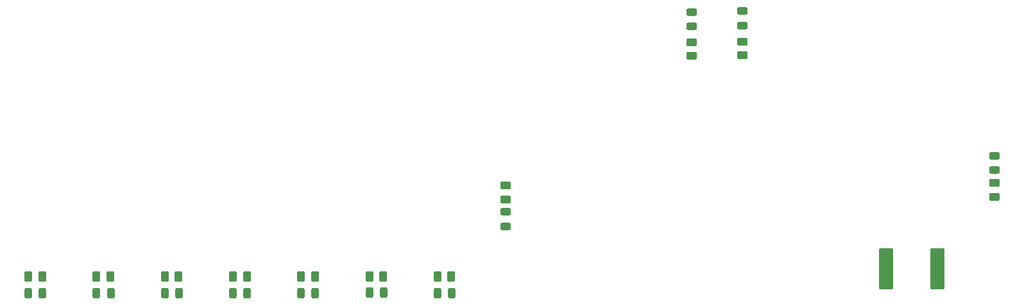
<source format=gbr>
%TF.GenerationSoftware,KiCad,Pcbnew,8.0.5*%
%TF.CreationDate,2024-12-09T20:23:34-08:00*%
%TF.ProjectId,Power_PCB,506f7765-725f-4504-9342-2e6b69636164,rev?*%
%TF.SameCoordinates,Original*%
%TF.FileFunction,Paste,Top*%
%TF.FilePolarity,Positive*%
%FSLAX46Y46*%
G04 Gerber Fmt 4.6, Leading zero omitted, Abs format (unit mm)*
G04 Created by KiCad (PCBNEW 8.0.5) date 2024-12-09 20:23:34*
%MOMM*%
%LPD*%
G01*
G04 APERTURE LIST*
G04 Aperture macros list*
%AMRoundRect*
0 Rectangle with rounded corners*
0 $1 Rounding radius*
0 $2 $3 $4 $5 $6 $7 $8 $9 X,Y pos of 4 corners*
0 Add a 4 corners polygon primitive as box body*
4,1,4,$2,$3,$4,$5,$6,$7,$8,$9,$2,$3,0*
0 Add four circle primitives for the rounded corners*
1,1,$1+$1,$2,$3*
1,1,$1+$1,$4,$5*
1,1,$1+$1,$6,$7*
1,1,$1+$1,$8,$9*
0 Add four rect primitives between the rounded corners*
20,1,$1+$1,$2,$3,$4,$5,0*
20,1,$1+$1,$4,$5,$6,$7,0*
20,1,$1+$1,$6,$7,$8,$9,0*
20,1,$1+$1,$8,$9,$2,$3,0*%
G04 Aperture macros list end*
%ADD10RoundRect,0.243750X-0.456250X0.243750X-0.456250X-0.243750X0.456250X-0.243750X0.456250X0.243750X0*%
%ADD11RoundRect,0.243750X0.243750X0.456250X-0.243750X0.456250X-0.243750X-0.456250X0.243750X-0.456250X0*%
%ADD12RoundRect,0.250000X0.262500X0.450000X-0.262500X0.450000X-0.262500X-0.450000X0.262500X-0.450000X0*%
%ADD13RoundRect,0.250000X-0.712500X-2.475000X0.712500X-2.475000X0.712500X2.475000X-0.712500X2.475000X0*%
%ADD14RoundRect,0.250000X0.450000X-0.262500X0.450000X0.262500X-0.450000X0.262500X-0.450000X-0.262500X0*%
%ADD15RoundRect,0.250000X-0.450000X0.262500X-0.450000X-0.262500X0.450000X-0.262500X0.450000X0.262500X0*%
%ADD16RoundRect,0.243750X0.456250X-0.243750X0.456250X0.243750X-0.456250X0.243750X-0.456250X-0.243750X0*%
G04 APERTURE END LIST*
D10*
%TO.C,D2*%
X134250000Y-42000000D03*
X134250000Y-43875000D03*
%TD*%
D11*
%TO.C,D10*%
X59875000Y-79250000D03*
X58000000Y-79250000D03*
%TD*%
D12*
%TO.C,R6*%
X68825000Y-77000000D03*
X67000000Y-77000000D03*
%TD*%
D11*
%TO.C,D7*%
X95875000Y-79250000D03*
X94000000Y-79250000D03*
%TD*%
%TO.C,D5*%
X41875000Y-79250000D03*
X40000000Y-79250000D03*
%TD*%
%TO.C,D6*%
X68875000Y-79250000D03*
X67000000Y-79250000D03*
%TD*%
D10*
%TO.C,D4*%
X127500000Y-42125000D03*
X127500000Y-44000000D03*
%TD*%
D11*
%TO.C,D9*%
X77875000Y-79250000D03*
X76000000Y-79250000D03*
%TD*%
D13*
%TO.C,F1*%
X153225000Y-76000000D03*
X160000000Y-76000000D03*
%TD*%
D12*
%TO.C,R5*%
X41825000Y-77000000D03*
X40000000Y-77000000D03*
%TD*%
D14*
%TO.C,R1*%
X167500000Y-66500000D03*
X167500000Y-64675000D03*
%TD*%
D15*
%TO.C,R12*%
X103000000Y-65025000D03*
X103000000Y-66850000D03*
%TD*%
D12*
%TO.C,R8*%
X50825000Y-77000000D03*
X49000000Y-77000000D03*
%TD*%
D14*
%TO.C,R4*%
X127500000Y-47912500D03*
X127500000Y-46087500D03*
%TD*%
D10*
%TO.C,D1*%
X167500000Y-61125000D03*
X167500000Y-63000000D03*
%TD*%
D12*
%TO.C,R9*%
X77825000Y-77000000D03*
X76000000Y-77000000D03*
%TD*%
%TO.C,R7*%
X95825000Y-77000000D03*
X94000000Y-77000000D03*
%TD*%
D11*
%TO.C,D11*%
X86875000Y-79150000D03*
X85000000Y-79150000D03*
%TD*%
D14*
%TO.C,R2*%
X134250000Y-47825000D03*
X134250000Y-46000000D03*
%TD*%
D16*
%TO.C,D12*%
X103000000Y-70375000D03*
X103000000Y-68500000D03*
%TD*%
D11*
%TO.C,D8*%
X50875000Y-79250000D03*
X49000000Y-79250000D03*
%TD*%
D12*
%TO.C,R10*%
X59825000Y-77000000D03*
X58000000Y-77000000D03*
%TD*%
%TO.C,R11*%
X86825000Y-77000000D03*
X85000000Y-77000000D03*
%TD*%
M02*

</source>
